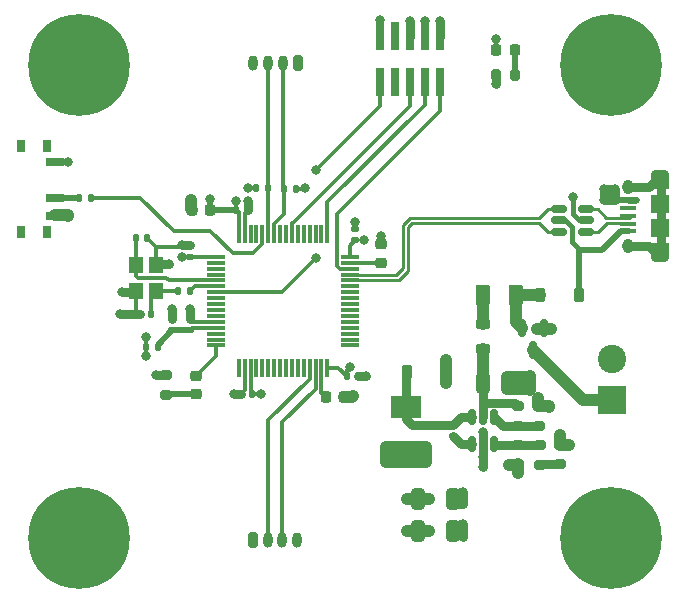
<source format=gbr>
%TF.GenerationSoftware,KiCad,Pcbnew,7.0.2*%
%TF.CreationDate,2023-06-03T12:41:16+05:30*%
%TF.ProjectId,STM32F4 based PCB,53544d33-3246-4342-9062-617365642050,rev?*%
%TF.SameCoordinates,Original*%
%TF.FileFunction,Copper,L1,Top*%
%TF.FilePolarity,Positive*%
%FSLAX46Y46*%
G04 Gerber Fmt 4.6, Leading zero omitted, Abs format (unit mm)*
G04 Created by KiCad (PCBNEW 7.0.2) date 2023-06-03 12:41:16*
%MOMM*%
%LPD*%
G01*
G04 APERTURE LIST*
G04 Aperture macros list*
%AMRoundRect*
0 Rectangle with rounded corners*
0 $1 Rounding radius*
0 $2 $3 $4 $5 $6 $7 $8 $9 X,Y pos of 4 corners*
0 Add a 4 corners polygon primitive as box body*
4,1,4,$2,$3,$4,$5,$6,$7,$8,$9,$2,$3,0*
0 Add four circle primitives for the rounded corners*
1,1,$1+$1,$2,$3*
1,1,$1+$1,$4,$5*
1,1,$1+$1,$6,$7*
1,1,$1+$1,$8,$9*
0 Add four rect primitives between the rounded corners*
20,1,$1+$1,$2,$3,$4,$5,0*
20,1,$1+$1,$4,$5,$6,$7,0*
20,1,$1+$1,$6,$7,$8,$9,0*
20,1,$1+$1,$8,$9,$2,$3,0*%
G04 Aperture macros list end*
%TA.AperFunction,SMDPad,CuDef*%
%ADD10R,0.740000X2.400000*%
%TD*%
%TA.AperFunction,ComponentPad*%
%ADD11RoundRect,0.200000X-0.200000X-0.450000X0.200000X-0.450000X0.200000X0.450000X-0.200000X0.450000X0*%
%TD*%
%TA.AperFunction,ComponentPad*%
%ADD12O,0.800000X1.300000*%
%TD*%
%TA.AperFunction,SMDPad,CuDef*%
%ADD13RoundRect,0.150000X0.150000X-0.512500X0.150000X0.512500X-0.150000X0.512500X-0.150000X-0.512500X0*%
%TD*%
%TA.AperFunction,SMDPad,CuDef*%
%ADD14RoundRect,0.225000X-0.225000X-0.250000X0.225000X-0.250000X0.225000X0.250000X-0.225000X0.250000X0*%
%TD*%
%TA.AperFunction,SMDPad,CuDef*%
%ADD15R,2.500000X1.900000*%
%TD*%
%TA.AperFunction,SMDPad,CuDef*%
%ADD16RoundRect,0.200000X0.275000X-0.200000X0.275000X0.200000X-0.275000X0.200000X-0.275000X-0.200000X0*%
%TD*%
%TA.AperFunction,SMDPad,CuDef*%
%ADD17RoundRect,0.250000X-0.325000X-0.650000X0.325000X-0.650000X0.325000X0.650000X-0.325000X0.650000X0*%
%TD*%
%TA.AperFunction,SMDPad,CuDef*%
%ADD18RoundRect,0.200000X-0.275000X0.200000X-0.275000X-0.200000X0.275000X-0.200000X0.275000X0.200000X0*%
%TD*%
%TA.AperFunction,SMDPad,CuDef*%
%ADD19RoundRect,0.135000X0.135000X0.185000X-0.135000X0.185000X-0.135000X-0.185000X0.135000X-0.185000X0*%
%TD*%
%TA.AperFunction,ComponentPad*%
%ADD20C,0.900000*%
%TD*%
%TA.AperFunction,ComponentPad*%
%ADD21C,8.600000*%
%TD*%
%TA.AperFunction,SMDPad,CuDef*%
%ADD22RoundRect,0.140000X0.170000X-0.140000X0.170000X0.140000X-0.170000X0.140000X-0.170000X-0.140000X0*%
%TD*%
%TA.AperFunction,SMDPad,CuDef*%
%ADD23RoundRect,0.140000X-0.140000X-0.170000X0.140000X-0.170000X0.140000X0.170000X-0.140000X0.170000X0*%
%TD*%
%TA.AperFunction,SMDPad,CuDef*%
%ADD24RoundRect,0.140000X0.140000X0.170000X-0.140000X0.170000X-0.140000X-0.170000X0.140000X-0.170000X0*%
%TD*%
%TA.AperFunction,SMDPad,CuDef*%
%ADD25RoundRect,0.225000X-0.225000X-0.375000X0.225000X-0.375000X0.225000X0.375000X-0.225000X0.375000X0*%
%TD*%
%TA.AperFunction,SMDPad,CuDef*%
%ADD26RoundRect,0.075000X-0.700000X-0.075000X0.700000X-0.075000X0.700000X0.075000X-0.700000X0.075000X0*%
%TD*%
%TA.AperFunction,SMDPad,CuDef*%
%ADD27RoundRect,0.075000X-0.075000X-0.700000X0.075000X-0.700000X0.075000X0.700000X-0.075000X0.700000X0*%
%TD*%
%TA.AperFunction,SMDPad,CuDef*%
%ADD28RoundRect,0.135000X-0.135000X-0.185000X0.135000X-0.185000X0.135000X0.185000X-0.135000X0.185000X0*%
%TD*%
%TA.AperFunction,SMDPad,CuDef*%
%ADD29RoundRect,0.225000X0.225000X0.250000X-0.225000X0.250000X-0.225000X-0.250000X0.225000X-0.250000X0*%
%TD*%
%TA.AperFunction,SMDPad,CuDef*%
%ADD30RoundRect,0.150000X-0.150000X0.587500X-0.150000X-0.587500X0.150000X-0.587500X0.150000X0.587500X0*%
%TD*%
%TA.AperFunction,SMDPad,CuDef*%
%ADD31RoundRect,0.218750X-0.381250X0.218750X-0.381250X-0.218750X0.381250X-0.218750X0.381250X0.218750X0*%
%TD*%
%TA.AperFunction,SMDPad,CuDef*%
%ADD32RoundRect,0.218750X0.218750X0.256250X-0.218750X0.256250X-0.218750X-0.256250X0.218750X-0.256250X0*%
%TD*%
%TA.AperFunction,SMDPad,CuDef*%
%ADD33R,1.350000X0.400000*%
%TD*%
%TA.AperFunction,ComponentPad*%
%ADD34O,1.550000X0.890000*%
%TD*%
%TA.AperFunction,SMDPad,CuDef*%
%ADD35R,1.550000X1.200000*%
%TD*%
%TA.AperFunction,ComponentPad*%
%ADD36O,0.950000X1.250000*%
%TD*%
%TA.AperFunction,SMDPad,CuDef*%
%ADD37R,1.550000X1.500000*%
%TD*%
%TA.AperFunction,ComponentPad*%
%ADD38R,2.400000X2.400000*%
%TD*%
%TA.AperFunction,ComponentPad*%
%ADD39C,2.400000*%
%TD*%
%TA.AperFunction,SMDPad,CuDef*%
%ADD40RoundRect,0.147500X-0.147500X-0.172500X0.147500X-0.172500X0.147500X0.172500X-0.147500X0.172500X0*%
%TD*%
%TA.AperFunction,SMDPad,CuDef*%
%ADD41R,0.800000X1.000000*%
%TD*%
%TA.AperFunction,SMDPad,CuDef*%
%ADD42R,1.500000X0.700000*%
%TD*%
%TA.AperFunction,SMDPad,CuDef*%
%ADD43R,1.200000X1.400000*%
%TD*%
%TA.AperFunction,SMDPad,CuDef*%
%ADD44RoundRect,0.225000X0.250000X-0.225000X0.250000X0.225000X-0.250000X0.225000X-0.250000X-0.225000X0*%
%TD*%
%TA.AperFunction,SMDPad,CuDef*%
%ADD45RoundRect,0.250000X0.375000X0.625000X-0.375000X0.625000X-0.375000X-0.625000X0.375000X-0.625000X0*%
%TD*%
%TA.AperFunction,SMDPad,CuDef*%
%ADD46RoundRect,0.150000X0.512500X0.150000X-0.512500X0.150000X-0.512500X-0.150000X0.512500X-0.150000X0*%
%TD*%
%TA.AperFunction,SMDPad,CuDef*%
%ADD47RoundRect,0.218750X0.256250X-0.218750X0.256250X0.218750X-0.256250X0.218750X-0.256250X-0.218750X0*%
%TD*%
%TA.AperFunction,ComponentPad*%
%ADD48RoundRect,0.200000X0.200000X0.450000X-0.200000X0.450000X-0.200000X-0.450000X0.200000X-0.450000X0*%
%TD*%
%TA.AperFunction,SMDPad,CuDef*%
%ADD49RoundRect,0.200000X0.200000X0.275000X-0.200000X0.275000X-0.200000X-0.275000X0.200000X-0.275000X0*%
%TD*%
%TA.AperFunction,ViaPad*%
%ADD50C,0.800000*%
%TD*%
%TA.AperFunction,Conductor*%
%ADD51C,0.261112*%
%TD*%
%TA.AperFunction,Conductor*%
%ADD52C,0.300000*%
%TD*%
%TA.AperFunction,Conductor*%
%ADD53C,0.750000*%
%TD*%
%TA.AperFunction,Conductor*%
%ADD54C,0.500000*%
%TD*%
%TA.AperFunction,Conductor*%
%ADD55C,0.400000*%
%TD*%
%TA.AperFunction,Conductor*%
%ADD56C,1.000000*%
%TD*%
G04 APERTURE END LIST*
D10*
%TO.P,J2,1,Pin_1*%
%TO.N,+3.3V*%
X124140000Y-53650000D03*
%TO.P,J2,2,Pin_2*%
%TO.N,SWDIO*%
X124140000Y-57550000D03*
%TO.P,J2,3,Pin_3*%
%TO.N,GND*%
X122870000Y-53650000D03*
%TO.P,J2,4,Pin_4*%
%TO.N,SWCLK*%
X122870000Y-57550000D03*
%TO.P,J2,5,Pin_5*%
%TO.N,GND*%
X121600000Y-53650000D03*
%TO.P,J2,6,Pin_6*%
%TO.N,SWO*%
X121600000Y-57550000D03*
%TO.P,J2,7,Pin_7*%
%TO.N,unconnected-(J2-Pin_7-Pad7)*%
X120330000Y-53650000D03*
%TO.P,J2,8,Pin_8*%
%TO.N,unconnected-(J2-Pin_8-Pad8)*%
X120330000Y-57550000D03*
%TO.P,J2,9,Pin_9*%
%TO.N,GND*%
X119060000Y-53650000D03*
%TO.P,J2,10,Pin_10*%
%TO.N,NRST*%
X119060000Y-57550000D03*
%TD*%
D11*
%TO.P,J4,1,Pin_1*%
%TO.N,+3.3V*%
X108325000Y-96400000D03*
D12*
%TO.P,J4,2,Pin_2*%
%TO.N,USART3_TX*%
X109575000Y-96400000D03*
%TO.P,J4,3,Pin_3*%
%TO.N,USART3_RX*%
X110825000Y-96400000D03*
%TO.P,J4,4,Pin_4*%
%TO.N,GND*%
X112075000Y-96400000D03*
%TD*%
D13*
%TO.P,U2,1,BST*%
%TO.N,BUCK_BST*%
X126850000Y-88242500D03*
%TO.P,U2,2,GND*%
%TO.N,GND*%
X127800000Y-88242500D03*
%TO.P,U2,3,FB*%
%TO.N,BUCK_FB*%
X128750000Y-88242500D03*
%TO.P,U2,4,EN*%
%TO.N,BUCK_EN*%
X128750000Y-85967500D03*
%TO.P,U2,5,IN*%
%TO.N,BUCK_IN*%
X127800000Y-85967500D03*
%TO.P,U2,6,SW*%
%TO.N,BUCK_SW*%
X126850000Y-85967500D03*
%TD*%
D14*
%TO.P,C1,1*%
%TO.N,Net-(U1-VCAP_1)*%
X114475000Y-84250000D03*
%TO.P,C1,2*%
%TO.N,GND*%
X116025000Y-84250000D03*
%TD*%
D15*
%TO.P,L2,1*%
%TO.N,BUCK_SW*%
X121300000Y-85075000D03*
%TO.P,L2,2*%
%TO.N,+3.3V*%
X121300000Y-89175000D03*
%TD*%
D16*
%TO.P,R5,1*%
%TO.N,BUCK_EN*%
X132550000Y-86700000D03*
%TO.P,R5,2*%
%TO.N,GND*%
X132550000Y-85050000D03*
%TD*%
D17*
%TO.P,C13,1*%
%TO.N,BUCK_IN*%
X127825000Y-83105000D03*
%TO.P,C13,2*%
%TO.N,GND*%
X130775000Y-83105000D03*
%TD*%
D18*
%TO.P,R7,1*%
%TO.N,BUCK_FB*%
X132613745Y-88352074D03*
%TO.P,R7,2*%
%TO.N,Net-(R7-Pad2)*%
X132613745Y-90002074D03*
%TD*%
D19*
%TO.P,R1,1*%
%TO.N,BOOT0*%
X94610000Y-67400000D03*
%TO.P,R1,2*%
%TO.N,Net-(SW1-B)*%
X93590000Y-67400000D03*
%TD*%
D20*
%TO.P,H1,1,1*%
%TO.N,GND*%
X90385838Y-96180419D03*
X91330419Y-93900000D03*
X91330419Y-98460838D03*
X93610838Y-92955419D03*
D21*
X93610838Y-96180419D03*
D20*
X93610838Y-99405419D03*
X95891257Y-93900000D03*
X95891257Y-98460838D03*
X96835838Y-96180419D03*
%TD*%
D17*
%TO.P,C15,1*%
%TO.N,+3.3V*%
X122325000Y-92855000D03*
%TO.P,C15,2*%
%TO.N,GND*%
X125275000Y-92855000D03*
%TD*%
D16*
%TO.P,R6,1*%
%TO.N,+3.3V*%
X130800000Y-89950000D03*
%TO.P,R6,2*%
%TO.N,BUCK_FB*%
X130800000Y-88300000D03*
%TD*%
D17*
%TO.P,C16,1*%
%TO.N,+3.3V*%
X122325000Y-95605000D03*
%TO.P,C16,2*%
%TO.N,GND*%
X125275000Y-95605000D03*
%TD*%
D22*
%TO.P,C7,1*%
%TO.N,+3.3V*%
X117000000Y-70980000D03*
%TO.P,C7,2*%
%TO.N,GND*%
X117000000Y-70020000D03*
%TD*%
D20*
%TO.P,H4,1,1*%
%TO.N,GND*%
X90385838Y-56160838D03*
X91330419Y-53880419D03*
X91330419Y-58441257D03*
X93610838Y-52935838D03*
D21*
X93610838Y-56160838D03*
D20*
X93610838Y-59385838D03*
X95891257Y-53880419D03*
X95891257Y-58441257D03*
X96835838Y-56160838D03*
%TD*%
D23*
%TO.P,C8,1*%
%TO.N,+3.3V*%
X106920000Y-68431221D03*
%TO.P,C8,2*%
%TO.N,GND*%
X107880000Y-68431221D03*
%TD*%
D22*
%TO.P,C9,1*%
%TO.N,+3.3VA*%
X101486020Y-78578010D03*
%TO.P,C9,2*%
%TO.N,GND*%
X101486020Y-77618010D03*
%TD*%
%TO.P,C10,1*%
%TO.N,+3.3VA*%
X103000000Y-78570575D03*
%TO.P,C10,2*%
%TO.N,GND*%
X103000000Y-77610575D03*
%TD*%
D24*
%TO.P,C12,1*%
%TO.N,Net-(C12-Pad1)*%
X99680000Y-77186807D03*
%TO.P,C12,2*%
%TO.N,GND*%
X98720000Y-77186807D03*
%TD*%
D19*
%TO.P,R9,1*%
%TO.N,+3.3V*%
X111965741Y-66635107D03*
%TO.P,R9,2*%
%TO.N,I2C_SCL*%
X110945741Y-66635107D03*
%TD*%
D16*
%TO.P,R3,1*%
%TO.N,Net-(D1-K)*%
X101000000Y-84075000D03*
%TO.P,R3,2*%
%TO.N,GND*%
X101000000Y-82425000D03*
%TD*%
D25*
%TO.P,D3,1,K*%
%TO.N,Net-(D3-K)*%
X132650000Y-75625000D03*
%TO.P,D3,2,A*%
%TO.N,+5V*%
X135950000Y-75625000D03*
%TD*%
D26*
%TO.P,U1,1,VBAT*%
%TO.N,+3.3V*%
X105195000Y-72390000D03*
%TO.P,U1,2,PC13*%
%TO.N,unconnected-(U1-PC13-Pad2)*%
X105195000Y-72890000D03*
%TO.P,U1,3,PC14*%
%TO.N,unconnected-(U1-PC14-Pad3)*%
X105195000Y-73390000D03*
%TO.P,U1,4,PC15*%
%TO.N,unconnected-(U1-PC15-Pad4)*%
X105195000Y-73890000D03*
%TO.P,U1,5,PH0*%
%TO.N,HSE_IN*%
X105195000Y-74390000D03*
%TO.P,U1,6,PH1*%
%TO.N,HSE_OUT*%
X105195000Y-74890000D03*
%TO.P,U1,7,NRST*%
%TO.N,NRST*%
X105195000Y-75390000D03*
%TO.P,U1,8,PC0*%
%TO.N,unconnected-(U1-PC0-Pad8)*%
X105195000Y-75890000D03*
%TO.P,U1,9,PC1*%
%TO.N,unconnected-(U1-PC1-Pad9)*%
X105195000Y-76390000D03*
%TO.P,U1,10,PC2*%
%TO.N,unconnected-(U1-PC2-Pad10)*%
X105195000Y-76890000D03*
%TO.P,U1,11,PC3*%
%TO.N,unconnected-(U1-PC3-Pad11)*%
X105195000Y-77390000D03*
%TO.P,U1,12,VSSA*%
%TO.N,GND*%
X105195000Y-77890000D03*
%TO.P,U1,13,VDDA*%
%TO.N,+3.3VA*%
X105195000Y-78390000D03*
%TO.P,U1,14,PA0*%
%TO.N,unconnected-(U1-PA0-Pad14)*%
X105195000Y-78890000D03*
%TO.P,U1,15,PA1*%
%TO.N,unconnected-(U1-PA1-Pad15)*%
X105195000Y-79390000D03*
%TO.P,U1,16,PA2*%
%TO.N,LED_STATUS*%
X105195000Y-79890000D03*
D27*
%TO.P,U1,17,PA3*%
%TO.N,unconnected-(U1-PA3-Pad17)*%
X107120000Y-81815000D03*
%TO.P,U1,18,VSS*%
%TO.N,GND*%
X107620000Y-81815000D03*
%TO.P,U1,19,VDD*%
%TO.N,+3.3V*%
X108120000Y-81815000D03*
%TO.P,U1,20,PA4*%
%TO.N,unconnected-(U1-PA4-Pad20)*%
X108620000Y-81815000D03*
%TO.P,U1,21,PA5*%
%TO.N,unconnected-(U1-PA5-Pad21)*%
X109120000Y-81815000D03*
%TO.P,U1,22,PA6*%
%TO.N,unconnected-(U1-PA6-Pad22)*%
X109620000Y-81815000D03*
%TO.P,U1,23,PA7*%
%TO.N,unconnected-(U1-PA7-Pad23)*%
X110120000Y-81815000D03*
%TO.P,U1,24,PC4*%
%TO.N,unconnected-(U1-PC4-Pad24)*%
X110620000Y-81815000D03*
%TO.P,U1,25,PC5*%
%TO.N,unconnected-(U1-PC5-Pad25)*%
X111120000Y-81815000D03*
%TO.P,U1,26,PB0*%
%TO.N,unconnected-(U1-PB0-Pad26)*%
X111620000Y-81815000D03*
%TO.P,U1,27,PB1*%
%TO.N,unconnected-(U1-PB1-Pad27)*%
X112120000Y-81815000D03*
%TO.P,U1,28,PB2*%
%TO.N,unconnected-(U1-PB2-Pad28)*%
X112620000Y-81815000D03*
%TO.P,U1,29,PB10*%
%TO.N,USART3_TX*%
X113120000Y-81815000D03*
%TO.P,U1,30,PB11*%
%TO.N,USART3_RX*%
X113620000Y-81815000D03*
%TO.P,U1,31,VCAP_1*%
%TO.N,Net-(U1-VCAP_1)*%
X114120000Y-81815000D03*
%TO.P,U1,32,VDD*%
%TO.N,+3.3V*%
X114620000Y-81815000D03*
D26*
%TO.P,U1,33,PB12*%
%TO.N,unconnected-(U1-PB12-Pad33)*%
X116545000Y-79890000D03*
%TO.P,U1,34,PB13*%
%TO.N,unconnected-(U1-PB13-Pad34)*%
X116545000Y-79390000D03*
%TO.P,U1,35,PB14*%
%TO.N,unconnected-(U1-PB14-Pad35)*%
X116545000Y-78890000D03*
%TO.P,U1,36,PB15*%
%TO.N,unconnected-(U1-PB15-Pad36)*%
X116545000Y-78390000D03*
%TO.P,U1,37,PC6*%
%TO.N,unconnected-(U1-PC6-Pad37)*%
X116545000Y-77890000D03*
%TO.P,U1,38,PC7*%
%TO.N,unconnected-(U1-PC7-Pad38)*%
X116545000Y-77390000D03*
%TO.P,U1,39,PC8*%
%TO.N,unconnected-(U1-PC8-Pad39)*%
X116545000Y-76890000D03*
%TO.P,U1,40,PC9*%
%TO.N,unconnected-(U1-PC9-Pad40)*%
X116545000Y-76390000D03*
%TO.P,U1,41,PA8*%
%TO.N,unconnected-(U1-PA8-Pad41)*%
X116545000Y-75890000D03*
%TO.P,U1,42,PA9*%
%TO.N,unconnected-(U1-PA9-Pad42)*%
X116545000Y-75390000D03*
%TO.P,U1,43,PA10*%
%TO.N,unconnected-(U1-PA10-Pad43)*%
X116545000Y-74890000D03*
%TO.P,U1,44,PA11*%
%TO.N,USB_D-*%
X116545000Y-74390000D03*
%TO.P,U1,45,PA12*%
%TO.N,USB_D+*%
X116545000Y-73890000D03*
%TO.P,U1,46,PA13*%
%TO.N,SWDIO*%
X116545000Y-73390000D03*
%TO.P,U1,47,VCAP_2*%
%TO.N,Net-(U1-VCAP_2)*%
X116545000Y-72890000D03*
%TO.P,U1,48,VDD*%
%TO.N,+3.3V*%
X116545000Y-72390000D03*
D27*
%TO.P,U1,49,PA14*%
%TO.N,SWCLK*%
X114620000Y-70465000D03*
%TO.P,U1,50,PA15*%
%TO.N,unconnected-(U1-PA15-Pad50)*%
X114120000Y-70465000D03*
%TO.P,U1,51,PC10*%
%TO.N,unconnected-(U1-PC10-Pad51)*%
X113620000Y-70465000D03*
%TO.P,U1,52,PC11*%
%TO.N,unconnected-(U1-PC11-Pad52)*%
X113120000Y-70465000D03*
%TO.P,U1,53,PC12*%
%TO.N,unconnected-(U1-PC12-Pad53)*%
X112620000Y-70465000D03*
%TO.P,U1,54,PD2*%
%TO.N,unconnected-(U1-PD2-Pad54)*%
X112120000Y-70465000D03*
%TO.P,U1,55,PB3*%
%TO.N,SWO*%
X111620000Y-70465000D03*
%TO.P,U1,56,PB4*%
%TO.N,unconnected-(U1-PB4-Pad56)*%
X111120000Y-70465000D03*
%TO.P,U1,57,PB5*%
%TO.N,unconnected-(U1-PB5-Pad57)*%
X110620000Y-70465000D03*
%TO.P,U1,58,PB6*%
%TO.N,I2C_SCL*%
X110120000Y-70465000D03*
%TO.P,U1,59,PB7*%
%TO.N,I2C1_SDA*%
X109620000Y-70465000D03*
%TO.P,U1,60,BOOT0*%
%TO.N,BOOT0*%
X109120000Y-70465000D03*
%TO.P,U1,61,PB8*%
%TO.N,unconnected-(U1-PB8-Pad61)*%
X108620000Y-70465000D03*
%TO.P,U1,62,PB9*%
%TO.N,unconnected-(U1-PB9-Pad62)*%
X108120000Y-70465000D03*
%TO.P,U1,63,VSS*%
%TO.N,GND*%
X107620000Y-70465000D03*
%TO.P,U1,64,VDD*%
%TO.N,+3.3V*%
X107120000Y-70465000D03*
%TD*%
D28*
%TO.P,R10,1*%
%TO.N,+3.3V*%
X108595472Y-66600000D03*
%TO.P,R10,2*%
%TO.N,I2C1_SDA*%
X109615472Y-66600000D03*
%TD*%
D29*
%TO.P,C3,1*%
%TO.N,+3.3V*%
X104677604Y-68407425D03*
%TO.P,C3,2*%
%TO.N,GND*%
X103127604Y-68407425D03*
%TD*%
D23*
%TO.P,C11,1*%
%TO.N,HSE_IN*%
X98420000Y-70800000D03*
%TO.P,C11,2*%
%TO.N,GND*%
X99380000Y-70800000D03*
%TD*%
D22*
%TO.P,C14,1*%
%TO.N,BUCK_BST*%
X125300000Y-87585000D03*
%TO.P,C14,2*%
%TO.N,BUCK_SW*%
X125300000Y-86625000D03*
%TD*%
D30*
%TO.P,Q1,1,G*%
%TO.N,GND*%
X133000000Y-78437500D03*
%TO.P,Q1,2,S*%
%TO.N,Net-(D3-K)*%
X131100000Y-78437500D03*
%TO.P,Q1,3,D*%
%TO.N,+12V*%
X132050000Y-80312500D03*
%TD*%
D16*
%TO.P,R8,1*%
%TO.N,Net-(R7-Pad2)*%
X134300000Y-89950000D03*
%TO.P,R8,2*%
%TO.N,GND*%
X134300000Y-88300000D03*
%TD*%
D31*
%TO.P,FB1,1*%
%TO.N,Net-(F1-Pad2)*%
X127800000Y-78062500D03*
%TO.P,FB1,2*%
%TO.N,BUCK_IN*%
X127800000Y-80187500D03*
%TD*%
D20*
%TO.P,H3,1,1*%
%TO.N,GND*%
X135455419Y-96180419D03*
X136400000Y-93900000D03*
X136400000Y-98460838D03*
X138680419Y-92955419D03*
D21*
X138680419Y-96180419D03*
D20*
X138680419Y-99405419D03*
X140960838Y-93900000D03*
X140960838Y-98460838D03*
X141905419Y-96180419D03*
%TD*%
D32*
%TO.P,D4,1,K*%
%TO.N,Net-(D4-K)*%
X130500000Y-54868750D03*
%TO.P,D4,2,A*%
%TO.N,+3.3V*%
X128925000Y-54868750D03*
%TD*%
D33*
%TO.P,J5,1,VBUS*%
%TO.N,+5V*%
X140100000Y-70238935D03*
%TO.P,J5,2,D-*%
%TO.N,USB_CONN_D-*%
X140100000Y-69588935D03*
%TO.P,J5,3,D+*%
%TO.N,USB_CONN_D+*%
X140100000Y-68938935D03*
%TO.P,J5,4,ID*%
%TO.N,unconnected-(J5-ID-Pad4)*%
X140100000Y-68288935D03*
%TO.P,J5,5,GND*%
%TO.N,GND*%
X140100000Y-67638935D03*
D34*
%TO.P,J5,6,Shield*%
%TO.N,unconnected-(J5-Shield-Pad6)*%
X142800000Y-72438935D03*
D35*
X142800000Y-71838935D03*
D36*
X140100000Y-71438935D03*
D37*
X142800000Y-69938935D03*
X142800000Y-67938935D03*
D36*
X140100000Y-66438935D03*
D35*
X142800000Y-66038935D03*
D34*
X142800000Y-65438935D03*
%TD*%
D38*
%TO.P,J1,1,Pin_1*%
%TO.N,+12V*%
X138700000Y-84550000D03*
D39*
%TO.P,J1,2,Pin_2*%
%TO.N,GND*%
X138700000Y-81050000D03*
%TD*%
D25*
%TO.P,D2,1,K*%
%TO.N,BUCK_SW*%
X121400000Y-82125000D03*
%TO.P,D2,2,A*%
%TO.N,GND*%
X124700000Y-82125000D03*
%TD*%
D22*
%TO.P,C4,1*%
%TO.N,+3.3V*%
X103000000Y-72379321D03*
%TO.P,C4,2*%
%TO.N,GND*%
X103000000Y-71419321D03*
%TD*%
D18*
%TO.P,R4,1*%
%TO.N,BUCK_IN*%
X130800000Y-85050000D03*
%TO.P,R4,2*%
%TO.N,BUCK_EN*%
X130800000Y-86700000D03*
%TD*%
D40*
%TO.P,L1,1*%
%TO.N,+3.3V*%
X99280000Y-80000000D03*
%TO.P,L1,2*%
%TO.N,+3.3VA*%
X100250000Y-80000000D03*
%TD*%
D41*
%TO.P,SW1,*%
%TO.N,*%
X90900000Y-63000000D03*
X88690000Y-63000000D03*
X90900000Y-70300000D03*
X88690000Y-70300000D03*
D42*
%TO.P,SW1,1,A*%
%TO.N,+3.3V*%
X91550000Y-64400000D03*
%TO.P,SW1,2,B*%
%TO.N,Net-(SW1-B)*%
X91550000Y-67400000D03*
%TO.P,SW1,3,C*%
%TO.N,GND*%
X91550000Y-68900000D03*
%TD*%
D24*
%TO.P,C5,1*%
%TO.N,+3.3V*%
X108280000Y-84000000D03*
%TO.P,C5,2*%
%TO.N,GND*%
X107320000Y-84000000D03*
%TD*%
D20*
%TO.P,H2,1,1*%
%TO.N,GND*%
X135455419Y-56180419D03*
X136400000Y-53900000D03*
X136400000Y-58460838D03*
X138680419Y-52955419D03*
D21*
X138680419Y-56180419D03*
D20*
X138680419Y-59405419D03*
X140960838Y-53900000D03*
X140960838Y-58460838D03*
X141905419Y-56180419D03*
%TD*%
D43*
%TO.P,Y1,1,1*%
%TO.N,HSE_IN*%
X98450000Y-73100000D03*
%TO.P,Y1,2,2*%
%TO.N,GND*%
X98450000Y-75300000D03*
%TO.P,Y1,3,3*%
%TO.N,Net-(C12-Pad1)*%
X100150000Y-75300000D03*
%TO.P,Y1,4,4*%
%TO.N,GND*%
X100150000Y-73100000D03*
%TD*%
D44*
%TO.P,C2,1*%
%TO.N,Net-(U1-VCAP_2)*%
X119203952Y-72889997D03*
%TO.P,C2,2*%
%TO.N,GND*%
X119203952Y-71339997D03*
%TD*%
D19*
%TO.P,R2,1*%
%TO.N,HSE_OUT*%
X103010000Y-75300000D03*
%TO.P,R2,2*%
%TO.N,Net-(C12-Pad1)*%
X101990000Y-75300000D03*
%TD*%
D45*
%TO.P,F1,1*%
%TO.N,Net-(D3-K)*%
X130600000Y-75625000D03*
%TO.P,F1,2*%
%TO.N,Net-(F1-Pad2)*%
X127800000Y-75625000D03*
%TD*%
D23*
%TO.P,C6,1*%
%TO.N,+3.3V*%
X116250000Y-82500000D03*
%TO.P,C6,2*%
%TO.N,GND*%
X117210000Y-82500000D03*
%TD*%
D46*
%TO.P,U3,1,I/O1*%
%TO.N,USB_CONN_D-*%
X136537500Y-70250000D03*
%TO.P,U3,2,GND*%
%TO.N,GND*%
X136537500Y-69300000D03*
%TO.P,U3,3,I/O2*%
%TO.N,USB_CONN_D+*%
X136537500Y-68350000D03*
%TO.P,U3,4,I/O2*%
%TO.N,USB_D+*%
X134262500Y-68350000D03*
%TO.P,U3,5,VBUS*%
%TO.N,+5V*%
X134262500Y-69300000D03*
%TO.P,U3,6,I/O1*%
%TO.N,USB_D-*%
X134262500Y-70250000D03*
%TD*%
D47*
%TO.P,D1,1,K*%
%TO.N,Net-(D1-K)*%
X103500000Y-84037500D03*
%TO.P,D1,2,A*%
%TO.N,LED_STATUS*%
X103500000Y-82462500D03*
%TD*%
D48*
%TO.P,J3,1,Pin_1*%
%TO.N,+3.3V*%
X112117965Y-55949581D03*
D12*
%TO.P,J3,2,Pin_2*%
%TO.N,I2C_SCL*%
X110867965Y-55949581D03*
%TO.P,J3,3,Pin_3*%
%TO.N,I2C1_SDA*%
X109617965Y-55949581D03*
%TO.P,J3,4,Pin_4*%
%TO.N,GND*%
X108367965Y-55949581D03*
%TD*%
D49*
%TO.P,R11,1*%
%TO.N,Net-(D4-K)*%
X130537500Y-56968750D03*
%TO.P,R11,2*%
%TO.N,GND*%
X128887500Y-56968750D03*
%TD*%
D50*
%TO.N,NRST*%
X113700000Y-72500000D03*
X113700000Y-65000000D03*
%TO.N,GND*%
X122900000Y-52400000D03*
X103000000Y-76800000D03*
X101500000Y-76800000D03*
X97100000Y-77200000D03*
X97200000Y-75400000D03*
X101200000Y-73000000D03*
X135400000Y-67300000D03*
X131800000Y-83700000D03*
X129800000Y-83600000D03*
X129800000Y-82600000D03*
X127800000Y-87229500D03*
X127800000Y-90200000D03*
X138958497Y-66641503D03*
X138058497Y-66641503D03*
X138041503Y-67581142D03*
X119200000Y-70600000D03*
X100100000Y-82400000D03*
X106700000Y-84000000D03*
X117900000Y-82500000D03*
X128912500Y-57768750D03*
X102300000Y-71400000D03*
X138963782Y-67581142D03*
X132500000Y-84300000D03*
X133400000Y-85100000D03*
X124700000Y-81100000D03*
X132400000Y-78500000D03*
X126100000Y-93300000D03*
X126100000Y-95000000D03*
X121600000Y-52400000D03*
X92700000Y-68900000D03*
%TO.N,+3.3V*%
X124200000Y-52400000D03*
%TO.N,GND*%
X131800000Y-82500000D03*
X103100000Y-67600000D03*
X107900000Y-67700000D03*
X135100000Y-88300000D03*
X126100000Y-92300000D03*
X116800000Y-84200000D03*
X133600000Y-78500000D03*
X124700000Y-83100000D03*
X134300000Y-87500000D03*
X127800000Y-89300000D03*
X126100000Y-96100000D03*
X117000000Y-69400000D03*
%TO.N,+3.3V*%
X107900000Y-66600000D03*
X109000000Y-84000000D03*
X102300000Y-72400000D03*
X99300000Y-79200000D03*
X121400000Y-95600000D03*
X123200000Y-92900000D03*
X99300000Y-80800000D03*
X92700000Y-64400000D03*
X106900000Y-67700000D03*
X116500000Y-81700000D03*
X112700000Y-66600000D03*
X128912500Y-53968750D03*
X123000000Y-89800000D03*
X130800000Y-90700000D03*
%TO.N,GND*%
X119100000Y-52300000D03*
%TO.N,+3.3V*%
X119600000Y-89800000D03*
X117700000Y-71000000D03*
X123000000Y-88500000D03*
X104700000Y-67500000D03*
X123200000Y-95600000D03*
X119600000Y-88500000D03*
X130000000Y-90000000D03*
X121400000Y-92900000D03*
%TD*%
D51*
%TO.N,USB_D-*%
X133268749Y-70250000D02*
X134262500Y-70250000D01*
X121819954Y-69532156D02*
X132550905Y-69532156D01*
X121461112Y-69890998D02*
X121819954Y-69532156D01*
X117725345Y-74372156D02*
X120651634Y-74372156D01*
X132550905Y-69532156D02*
X133268749Y-70250000D01*
X117707501Y-74390000D02*
X117725345Y-74372156D01*
X116545000Y-74390000D02*
X117707501Y-74390000D01*
X120651634Y-74372156D02*
X121461112Y-73562678D01*
X121461112Y-73562678D02*
X121461112Y-69890998D01*
%TO.N,USB_D+*%
X121632156Y-69067844D02*
X132550905Y-69067844D01*
X121000000Y-73371680D02*
X121000000Y-69700000D01*
X121000000Y-69700000D02*
X121632156Y-69067844D01*
X120463836Y-73907844D02*
X121000000Y-73371680D01*
X117725345Y-73907844D02*
X120463836Y-73907844D01*
X117707501Y-73890000D02*
X117725345Y-73907844D01*
X133268749Y-68350000D02*
X134262500Y-68350000D01*
X116545000Y-73890000D02*
X117707501Y-73890000D01*
X132550905Y-69067844D02*
X133268749Y-68350000D01*
D52*
%TO.N,NRST*%
X119060000Y-59640000D02*
X119060000Y-57550000D01*
X113700000Y-65000000D02*
X119060000Y-59640000D01*
X110810000Y-75390000D02*
X113700000Y-72500000D01*
X105195000Y-75390000D02*
X110810000Y-75390000D01*
%TO.N,SWO*%
X121600000Y-59608959D02*
X121600000Y-57550000D01*
X111620000Y-70465000D02*
X111620000Y-69588959D01*
X111620000Y-69588959D02*
X121600000Y-59608959D01*
%TO.N,SWDIO*%
X124140000Y-60060000D02*
X124140000Y-57550000D01*
X115420000Y-68780000D02*
X124140000Y-60060000D01*
%TO.N,SWCLK*%
X122870000Y-59530000D02*
X122870000Y-57550000D01*
X114620000Y-67780000D02*
X122870000Y-59530000D01*
D53*
%TO.N,GND*%
X121600000Y-52400000D02*
X121600000Y-53800000D01*
D54*
%TO.N,Net-(SW1-B)*%
X93590000Y-67400000D02*
X91550000Y-67400000D01*
D51*
%TO.N,USB_CONN_D-*%
X140230508Y-69519491D02*
X140161064Y-69588935D01*
X138261760Y-69519491D02*
X140230508Y-69519491D01*
X137531251Y-70250000D02*
X138261760Y-69519491D01*
X136537500Y-70250000D02*
X137531251Y-70250000D01*
%TO.N,USB_CONN_D+*%
X140280508Y-69058379D02*
X140161064Y-68938935D01*
X138239630Y-69058379D02*
X140280508Y-69058379D01*
X137531251Y-68350000D02*
X138239630Y-69058379D01*
X136537500Y-68350000D02*
X137531251Y-68350000D01*
D53*
%TO.N,GND*%
X98706807Y-77200000D02*
X98720000Y-77186807D01*
X97100000Y-77200000D02*
X98706807Y-77200000D01*
X100250000Y-73000000D02*
X100150000Y-73100000D01*
X101200000Y-73000000D02*
X100250000Y-73000000D01*
X103000000Y-76800000D02*
X103000000Y-77610575D01*
X101500000Y-77604030D02*
X101486020Y-77618010D01*
X101500000Y-76800000D02*
X101500000Y-77604030D01*
X98350000Y-75400000D02*
X98450000Y-75300000D01*
X97200000Y-75400000D02*
X98350000Y-75400000D01*
D52*
%TO.N,+3.3V*%
X102979321Y-72400000D02*
X103000000Y-72379321D01*
X102300000Y-72400000D02*
X102979321Y-72400000D01*
%TO.N,GND*%
X102130000Y-71570000D02*
X102300000Y-71400000D01*
X100150000Y-71570000D02*
X102130000Y-71570000D01*
X100150000Y-73100000D02*
X100150000Y-71570000D01*
X119100000Y-52300000D02*
X119100000Y-53760000D01*
D53*
%TO.N,+3.3V*%
X124200000Y-52400000D02*
X124200000Y-53740000D01*
D52*
X128912500Y-54856250D02*
X128925000Y-54868750D01*
X128912500Y-53968750D02*
X128912500Y-54856250D01*
D53*
%TO.N,GND*%
X128912500Y-56993750D02*
X128887500Y-56968750D01*
X128912500Y-57768750D02*
X128912500Y-56993750D01*
X107900000Y-68411221D02*
X107880000Y-68431221D01*
X107900000Y-67700000D02*
X107900000Y-68411221D01*
D54*
X119200000Y-71336045D02*
X119203952Y-71339997D01*
X119200000Y-70600000D02*
X119200000Y-71336045D01*
X117000000Y-70020000D02*
X117000000Y-69400000D01*
D53*
%TO.N,unconnected-(J5-Shield-Pad6)*%
X142861064Y-65438935D02*
X142861064Y-72438935D01*
X141861064Y-71438935D02*
X142861064Y-72438935D01*
X140161064Y-71438935D02*
X141861064Y-71438935D01*
X141861064Y-66438935D02*
X142861064Y-65438935D01*
X140161064Y-66438935D02*
X141861064Y-66438935D01*
D55*
%TO.N,GND*%
X135400000Y-67300000D02*
X135400000Y-68800000D01*
X135400000Y-68800000D02*
X135900000Y-69300000D01*
X135900000Y-69300000D02*
X136537500Y-69300000D01*
%TO.N,+5V*%
X135325000Y-71125000D02*
X136000000Y-71800000D01*
X135325000Y-69872183D02*
X135325000Y-71125000D01*
X134752817Y-69300000D02*
X135325000Y-69872183D01*
X134262500Y-69300000D02*
X134752817Y-69300000D01*
D54*
X137900000Y-71800000D02*
X139461065Y-70238935D01*
X136000000Y-71800000D02*
X137900000Y-71800000D01*
X135950000Y-71850000D02*
X136000000Y-71800000D01*
X135950000Y-75625000D02*
X135950000Y-71850000D01*
X139461065Y-70238935D02*
X140161064Y-70238935D01*
%TO.N,GND*%
X139082640Y-67700000D02*
X138963782Y-67581142D01*
X140800000Y-67600000D02*
X139082640Y-67600000D01*
X140761065Y-67638935D02*
X140800000Y-67600000D01*
X140161064Y-67638935D02*
X140761065Y-67638935D01*
D53*
X138041503Y-67558497D02*
X138958497Y-66641503D01*
X138041503Y-67581142D02*
X138041503Y-67558497D01*
X138958497Y-67575857D02*
X138963782Y-67581142D01*
X138958497Y-66641503D02*
X138958497Y-67575857D01*
X138041503Y-67581142D02*
X138963782Y-67581142D01*
X138058497Y-66641503D02*
X138058497Y-67564148D01*
X138058497Y-67564148D02*
X138041503Y-67581142D01*
X138058497Y-66641503D02*
X138958497Y-66641503D01*
X126100000Y-95000000D02*
X126100000Y-96100000D01*
X125605000Y-95605000D02*
X126100000Y-96100000D01*
X125275000Y-95605000D02*
X125605000Y-95605000D01*
X125880000Y-95000000D02*
X125275000Y-95605000D01*
X126100000Y-95000000D02*
X125880000Y-95000000D01*
X126100000Y-93300000D02*
X126100000Y-92300000D01*
X125720000Y-93300000D02*
X125275000Y-92855000D01*
X126100000Y-93300000D02*
X125720000Y-93300000D01*
X125830000Y-92300000D02*
X125275000Y-92855000D01*
X126100000Y-92300000D02*
X125830000Y-92300000D01*
X127800000Y-90200000D02*
X127800000Y-87229500D01*
X127800000Y-90200000D02*
X127800000Y-89300000D01*
X127800000Y-88242500D02*
X127800000Y-89300000D01*
X127800000Y-87229500D02*
X127800000Y-88242500D01*
D56*
X133600000Y-78500000D02*
X132400000Y-78500000D01*
X132937500Y-78500000D02*
X133000000Y-78437500D01*
X132400000Y-78500000D02*
X132937500Y-78500000D01*
X131800000Y-83700000D02*
X131800000Y-82500000D01*
X131700000Y-83600000D02*
X131800000Y-83700000D01*
X129800000Y-83600000D02*
X131700000Y-83600000D01*
X129800000Y-82600000D02*
X129800000Y-83600000D01*
X131700000Y-82600000D02*
X131800000Y-82500000D01*
X129800000Y-82600000D02*
X131700000Y-82600000D01*
X131195000Y-83105000D02*
X130775000Y-83105000D01*
X131800000Y-82500000D02*
X131195000Y-83105000D01*
X133350000Y-85050000D02*
X133400000Y-85100000D01*
X132550000Y-85050000D02*
X133350000Y-85050000D01*
X132500000Y-85000000D02*
X132550000Y-85050000D01*
X132500000Y-84300000D02*
X132500000Y-85000000D01*
X134300000Y-88300000D02*
X135100000Y-88300000D01*
X134300000Y-87500000D02*
X134300000Y-88300000D01*
X124700000Y-82125000D02*
X124700000Y-83100000D01*
X124700000Y-82125000D02*
X124700000Y-81100000D01*
X116750000Y-84250000D02*
X116800000Y-84200000D01*
X116025000Y-84250000D02*
X116750000Y-84250000D01*
D53*
X117210000Y-82500000D02*
X117900000Y-82500000D01*
X106700000Y-84000000D02*
X107320000Y-84000000D01*
X100975000Y-82400000D02*
X101000000Y-82425000D01*
X100100000Y-82400000D02*
X100975000Y-82400000D01*
X102300000Y-71400000D02*
X102980679Y-71400000D01*
X102980679Y-71400000D02*
X103000000Y-71419321D01*
D56*
X92650000Y-68850000D02*
X92700000Y-68900000D01*
X91530000Y-68850000D02*
X92650000Y-68850000D01*
X103100000Y-68379821D02*
X103127604Y-68407425D01*
X103100000Y-67600000D02*
X103100000Y-68379821D01*
%TO.N,+12V*%
X138700000Y-84550000D02*
X136287500Y-84550000D01*
X132050000Y-80312500D02*
X136287500Y-84550000D01*
D52*
%TO.N,GND*%
X107620000Y-81815000D02*
X107620000Y-83700000D01*
X100150000Y-71570000D02*
X99380000Y-70800000D01*
X107620000Y-68691221D02*
X107880000Y-68431221D01*
X103279425Y-77890000D02*
X103000000Y-77610575D01*
X107620000Y-70465000D02*
X107620000Y-68691221D01*
X105195000Y-77890000D02*
X103279425Y-77890000D01*
X98450000Y-75300000D02*
X98450000Y-76916807D01*
X107620000Y-83700000D02*
X107320000Y-84000000D01*
X98450000Y-76916807D02*
X98720000Y-77186807D01*
D54*
%TO.N,Net-(D4-K)*%
X130500000Y-56931250D02*
X130537500Y-56968750D01*
X130500000Y-54868750D02*
X130500000Y-56931250D01*
D53*
%TO.N,Net-(R7-Pad2)*%
X134300000Y-89950000D02*
X132665819Y-89950000D01*
X132665819Y-89950000D02*
X132613745Y-90002074D01*
%TO.N,BUCK_FB*%
X132613745Y-88352074D02*
X130852074Y-88352074D01*
X130852074Y-88352074D02*
X130800000Y-88300000D01*
X128807500Y-88300000D02*
X128750000Y-88242500D01*
X130800000Y-88300000D02*
X128807500Y-88300000D01*
D56*
%TO.N,+3.3V*%
X119600000Y-89800000D02*
X119600000Y-88500000D01*
X123000000Y-89800000D02*
X123000000Y-88500000D01*
D52*
X99280000Y-80000000D02*
X99280000Y-80780000D01*
D56*
X123200000Y-92900000D02*
X122370000Y-92900000D01*
D52*
X107120000Y-70465000D02*
X107120000Y-68631221D01*
X108280000Y-84000000D02*
X109000000Y-84000000D01*
D56*
X122330000Y-95600000D02*
X122325000Y-95605000D01*
D52*
X92650000Y-64350000D02*
X92700000Y-64400000D01*
D56*
X122370000Y-92900000D02*
X122325000Y-92855000D01*
D52*
X106920000Y-67720000D02*
X106900000Y-67700000D01*
X115565000Y-81815000D02*
X116250000Y-82500000D01*
D54*
X104677604Y-67522396D02*
X104700000Y-67500000D01*
D52*
X105195000Y-72390000D02*
X103010679Y-72390000D01*
X103010679Y-72390000D02*
X103000000Y-72379321D01*
X108120000Y-81815000D02*
X108120000Y-83840000D01*
D54*
X104677604Y-68407425D02*
X104677604Y-67522396D01*
D52*
X108595472Y-66600000D02*
X107900000Y-66600000D01*
X91530000Y-64350000D02*
X92650000Y-64350000D01*
X107120000Y-68631221D02*
X106920000Y-68431221D01*
D54*
X104677604Y-68407425D02*
X106896204Y-68407425D01*
D52*
X114620000Y-81815000D02*
X115565000Y-81815000D01*
D56*
X123000000Y-88500000D02*
X119600000Y-88500000D01*
D52*
X116250000Y-81950000D02*
X116500000Y-81700000D01*
X112664893Y-66635107D02*
X112700000Y-66600000D01*
X111965741Y-66635107D02*
X112664893Y-66635107D01*
X99280000Y-80780000D02*
X99300000Y-80800000D01*
D56*
X123000000Y-89800000D02*
X119600000Y-89800000D01*
D52*
X106920000Y-68431221D02*
X106920000Y-67720000D01*
D56*
X121400000Y-95600000D02*
X122320000Y-95600000D01*
D54*
X106896204Y-68407425D02*
X106920000Y-68431221D01*
D56*
X123200000Y-95600000D02*
X122330000Y-95600000D01*
D52*
X116545000Y-72390000D02*
X116545000Y-71435000D01*
X99280000Y-80000000D02*
X99280000Y-79220000D01*
X108120000Y-83840000D02*
X108280000Y-84000000D01*
D56*
X130800000Y-90700000D02*
X130800000Y-90050000D01*
X122320000Y-95600000D02*
X122325000Y-95605000D01*
D52*
X116250000Y-82500000D02*
X116250000Y-81950000D01*
D56*
X130000000Y-90000000D02*
X130750000Y-90000000D01*
X122280000Y-92900000D02*
X122325000Y-92855000D01*
D52*
X116545000Y-71435000D02*
X117000000Y-70980000D01*
X99280000Y-79220000D02*
X99300000Y-79200000D01*
D56*
X121400000Y-92900000D02*
X122280000Y-92900000D01*
X130800000Y-90050000D02*
X130750000Y-90000000D01*
X130750000Y-90000000D02*
X130800000Y-89950000D01*
D53*
%TO.N,BUCK_EN*%
X128750000Y-85967500D02*
X129482500Y-86700000D01*
X130800000Y-86700000D02*
X129482500Y-86700000D01*
X132550000Y-86700000D02*
X130800000Y-86700000D01*
%TO.N,BUCK_IN*%
X130800000Y-85050000D02*
X130480000Y-84730000D01*
X127800000Y-85967500D02*
X127800000Y-84600000D01*
X127930000Y-84730000D02*
X127800000Y-84600000D01*
D56*
X127800000Y-83080000D02*
X127825000Y-83105000D01*
X127800000Y-80187500D02*
X127800000Y-83080000D01*
D53*
X130480000Y-84730000D02*
X127930000Y-84730000D01*
X127800000Y-84600000D02*
X127800000Y-83130000D01*
X127800000Y-83130000D02*
X127825000Y-83105000D01*
D54*
%TO.N,Net-(D1-K)*%
X101037500Y-84037500D02*
X101000000Y-84075000D01*
X103500000Y-84037500D02*
X101037500Y-84037500D01*
D52*
%TO.N,I2C1_SDA*%
X109620000Y-66604528D02*
X109615472Y-66600000D01*
X109615472Y-66600000D02*
X109617965Y-66597507D01*
X109620000Y-70465000D02*
X109620000Y-66604528D01*
X109617965Y-66597507D02*
X109617965Y-55949581D01*
%TO.N,I2C_SCL*%
X110990000Y-68718959D02*
X110990000Y-66679366D01*
X110120000Y-70465000D02*
X110120000Y-69588959D01*
X110120000Y-69588959D02*
X110990000Y-68718959D01*
X110990000Y-66679366D02*
X110945741Y-66635107D01*
X110945741Y-66635107D02*
X110867965Y-66557331D01*
X110867965Y-66557331D02*
X110867965Y-55949581D01*
%TO.N,HSE_OUT*%
X103420000Y-74890000D02*
X103010000Y-75300000D01*
X105195000Y-74890000D02*
X103420000Y-74890000D01*
%TO.N,Net-(C12-Pad1)*%
X99680000Y-75770000D02*
X100150000Y-75300000D01*
X99680000Y-77186807D02*
X99680000Y-75770000D01*
X100150000Y-75300000D02*
X101990000Y-75300000D01*
%TO.N,BOOT0*%
X98800000Y-67400000D02*
X94610000Y-67400000D01*
X106600000Y-72100000D02*
X104700000Y-70200000D01*
X101600000Y-70200000D02*
X98800000Y-67400000D01*
X109120000Y-70465000D02*
X109120000Y-71341041D01*
X104700000Y-70200000D02*
X101600000Y-70200000D01*
X109120000Y-71341041D02*
X108361041Y-72100000D01*
X108361041Y-72100000D02*
X106600000Y-72100000D01*
D53*
%TO.N,BUCK_BST*%
X126850000Y-88242500D02*
X125957500Y-88242500D01*
X125957500Y-88242500D02*
X125300000Y-87585000D01*
%TO.N,BUCK_SW*%
X121300000Y-82225000D02*
X121400000Y-82125000D01*
X121300000Y-85075000D02*
X121300000Y-86100000D01*
X121300000Y-85075000D02*
X121300000Y-82225000D01*
X121300000Y-86100000D02*
X121825000Y-86625000D01*
X121825000Y-86625000D02*
X125300000Y-86625000D01*
X126850000Y-85967500D02*
X125957500Y-85967500D01*
X125957500Y-85967500D02*
X125300000Y-86625000D01*
D56*
%TO.N,Net-(D3-K)*%
X132650000Y-75625000D02*
X130600000Y-75625000D01*
X130600000Y-75625000D02*
X130600000Y-77937500D01*
X130600000Y-77937500D02*
X131100000Y-78437500D01*
D52*
%TO.N,HSE_IN*%
X101000000Y-74150000D02*
X98550000Y-74150000D01*
X101240000Y-74390000D02*
X101000000Y-74150000D01*
X98450000Y-73100000D02*
X98450000Y-70830000D01*
X98450000Y-70830000D02*
X98420000Y-70800000D01*
X98450000Y-74050000D02*
X98450000Y-73100000D01*
X105195000Y-74390000D02*
X101240000Y-74390000D01*
X98550000Y-74150000D02*
X98450000Y-74050000D01*
%TO.N,+3.3VA*%
X103180575Y-78390000D02*
X103000000Y-78570575D01*
D54*
X100250000Y-80000000D02*
X100250000Y-79814030D01*
X100250000Y-79814030D02*
X101486020Y-78578010D01*
X102992565Y-78578010D02*
X103000000Y-78570575D01*
D52*
X105195000Y-78390000D02*
X103180575Y-78390000D01*
D54*
X101486020Y-78578010D02*
X102992565Y-78578010D01*
D52*
%TO.N,LED_STATUS*%
X105195000Y-80767500D02*
X103500000Y-82462500D01*
X105195000Y-79890000D02*
X105195000Y-80767500D01*
%TO.N,USART3_TX*%
X113120000Y-81815000D02*
X113120000Y-82691041D01*
X113120000Y-82691041D02*
X109575000Y-86236041D01*
X109575000Y-86236041D02*
X109575000Y-96400000D01*
%TO.N,USART3_RX*%
X113620000Y-81815000D02*
X113620000Y-83580000D01*
X110825000Y-86375000D02*
X110825000Y-96400000D01*
X113620000Y-83580000D02*
X110825000Y-86375000D01*
%TO.N,Net-(U1-VCAP_1)*%
X114120000Y-83895000D02*
X114475000Y-84250000D01*
X114120000Y-81815000D02*
X114120000Y-83895000D01*
%TO.N,SWDIO*%
X115420000Y-73141041D02*
X115420000Y-68780000D01*
X116545000Y-73390000D02*
X115668959Y-73390000D01*
X115668959Y-73390000D02*
X115420000Y-73141041D01*
%TO.N,Net-(U1-VCAP_2)*%
X119203949Y-72890000D02*
X119203952Y-72889997D01*
X116545000Y-72890000D02*
X119203949Y-72890000D01*
%TO.N,SWCLK*%
X114620000Y-70465000D02*
X114620000Y-67780000D01*
%TO.N,SWO*%
X111620000Y-70465000D02*
X111620000Y-69500000D01*
D56*
%TO.N,Net-(F1-Pad2)*%
X127800000Y-78062500D02*
X127800000Y-75625000D01*
%TD*%
M02*

</source>
